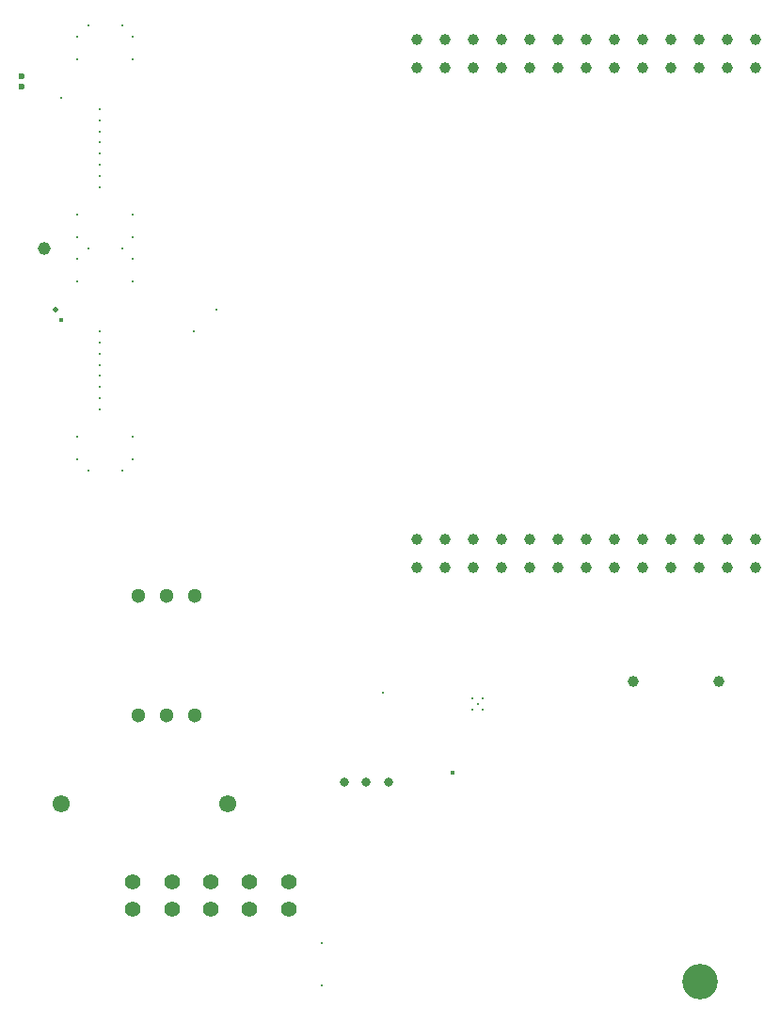
<source format=gbr>
%TF.GenerationSoftware,KiCad,Pcbnew,9.0.2*%
%TF.CreationDate,2025-06-09T15:32:08+03:00*%
%TF.ProjectId,PMCPU-LLU,504d4350-552d-44c4-9c55-2e6b69636164,rev?*%
%TF.SameCoordinates,Original*%
%TF.FileFunction,Plated,1,2,PTH,Drill*%
%TF.FilePolarity,Positive*%
%FSLAX46Y46*%
G04 Gerber Fmt 4.6, Leading zero omitted, Abs format (unit mm)*
G04 Created by KiCad (PCBNEW 9.0.2) date 2025-06-09 15:32:08*
%MOMM*%
%LPD*%
G01*
G04 APERTURE LIST*
%TA.AperFunction,ViaDrill*%
%ADD10C,0.300000*%
%TD*%
%TA.AperFunction,ViaDrill*%
%ADD11C,0.400000*%
%TD*%
%TA.AperFunction,ViaDrill*%
%ADD12C,0.500000*%
%TD*%
%TA.AperFunction,ViaDrill*%
%ADD13C,0.600000*%
%TD*%
%TA.AperFunction,ComponentDrill*%
%ADD14C,0.800000*%
%TD*%
%TA.AperFunction,ComponentDrill*%
%ADD15C,1.000000*%
%TD*%
%TA.AperFunction,ComponentDrill*%
%ADD16C,1.150000*%
%TD*%
%TA.AperFunction,ComponentDrill*%
%ADD17C,1.300000*%
%TD*%
%TA.AperFunction,ComponentDrill*%
%ADD18C,1.400000*%
%TD*%
%TA.AperFunction,ComponentDrill*%
%ADD19C,1.550000*%
%TD*%
%TA.AperFunction,ComponentDrill*%
%ADD20C,3.200000*%
%TD*%
G04 APERTURE END LIST*
D10*
X-35500000Y33500000D03*
X-34000000Y39000000D03*
X-34000000Y37000000D03*
X-34000000Y23000000D03*
X-34000000Y21000000D03*
X-34000000Y19000000D03*
X-34000000Y17000000D03*
X-34000000Y3000000D03*
X-34000000Y1000000D03*
X-33000000Y40000000D03*
X-33000000Y20000000D03*
X-33000000Y0D03*
X-32000000Y32500000D03*
X-32000000Y31500000D03*
X-32000000Y30500000D03*
X-32000000Y29500000D03*
X-32000000Y28500000D03*
X-32000000Y27500000D03*
X-32000000Y26500000D03*
X-32000000Y25500000D03*
X-32000000Y12500000D03*
X-32000000Y11500000D03*
X-32000000Y10500000D03*
X-32000000Y9500000D03*
X-32000000Y8500000D03*
X-32000000Y7500000D03*
X-32000000Y6500000D03*
X-32000000Y5500000D03*
X-30000000Y40000000D03*
X-30000000Y20000000D03*
X-30000000Y0D03*
X-29000000Y39000000D03*
X-29000000Y37000000D03*
X-29000000Y23000000D03*
X-29000000Y21000000D03*
X-29000000Y19000000D03*
X-29000000Y17000000D03*
X-29000000Y3000000D03*
X-29000000Y1000000D03*
X-23500000Y12500000D03*
X-21500000Y14500000D03*
X-12000000Y-42500000D03*
X-12000000Y-46355000D03*
X-6500000Y-20000000D03*
X1500000Y-20500000D03*
X1500000Y-21500000D03*
X2000000Y-21000000D03*
X2500000Y-20500000D03*
X2500000Y-21500000D03*
D11*
X-35500000Y13500000D03*
X-215000Y-27215000D03*
D12*
X-36000000Y14500000D03*
D13*
X-39000000Y35500000D03*
X-39000000Y34500000D03*
D14*
%TO.C,J11*%
X-10000000Y-28000000D03*
X-8000000Y-28000000D03*
X-6000000Y-28000000D03*
D15*
%TO.C,U5*%
X-3440000Y38770000D03*
X-3440000Y36230000D03*
X-3440000Y-6230000D03*
X-3440000Y-8770000D03*
X-900000Y38770000D03*
X-900000Y36230000D03*
X-900000Y-6230000D03*
X-900000Y-8770000D03*
X1640000Y38770000D03*
X1640000Y36230000D03*
X1640000Y-6230000D03*
X1640000Y-8770000D03*
X4180000Y38770000D03*
X4180000Y36230000D03*
X4180000Y-6230000D03*
X4180000Y-8770000D03*
X6720000Y38770000D03*
X6720000Y36230000D03*
X6720000Y-6230000D03*
X6720000Y-8770000D03*
X9260000Y38770000D03*
X9260000Y36230000D03*
X9260000Y-6230000D03*
X9260000Y-8770000D03*
X11800000Y38770000D03*
X11800000Y36230000D03*
X11800000Y-6230000D03*
X11800000Y-8770000D03*
X14340000Y38770000D03*
X14340000Y36230000D03*
X14340000Y-6230000D03*
X14340000Y-8770000D03*
%TO.C,J1*%
X16000000Y-19000000D03*
%TO.C,U5*%
X16880000Y38770000D03*
X16880000Y36230000D03*
X16880000Y-6230000D03*
X16880000Y-8770000D03*
X19420000Y38770000D03*
X19420000Y36230000D03*
X19420000Y-6230000D03*
X19420000Y-8770000D03*
X21960000Y38770000D03*
X21960000Y36230000D03*
X21960000Y-6230000D03*
X21960000Y-8770000D03*
%TO.C,J1*%
X23750000Y-19000000D03*
%TO.C,U5*%
X24500000Y38770000D03*
X24500000Y36230000D03*
X24500000Y-6230000D03*
X24500000Y-8770000D03*
X27040000Y38770000D03*
X27040000Y36230000D03*
X27040000Y-6230000D03*
X27040000Y-8770000D03*
D16*
%TO.C,U2*%
X-37000000Y20000000D03*
D17*
%TO.C,J4*%
X-28540000Y-11235000D03*
%TO.C,J5*%
X-28540000Y-22000000D03*
%TO.C,J4*%
X-26000000Y-11235000D03*
%TO.C,J5*%
X-26000000Y-22000000D03*
%TO.C,J4*%
X-23460000Y-11235000D03*
%TO.C,J5*%
X-23460000Y-22000000D03*
D18*
%TO.C,J3*%
X-29000000Y-37000000D03*
X-29000000Y-39500000D03*
X-25500000Y-37000000D03*
X-25500000Y-39500000D03*
X-22000000Y-37000000D03*
X-22000000Y-39500000D03*
X-18500000Y-37000000D03*
X-18500000Y-39500000D03*
X-15000000Y-37000000D03*
X-15000000Y-39500000D03*
D19*
%TO.C,U1*%
X-35500000Y-30000000D03*
X-20500000Y-30000000D03*
D20*
%TO.C,PE1*%
X22000000Y-46000000D03*
M02*

</source>
